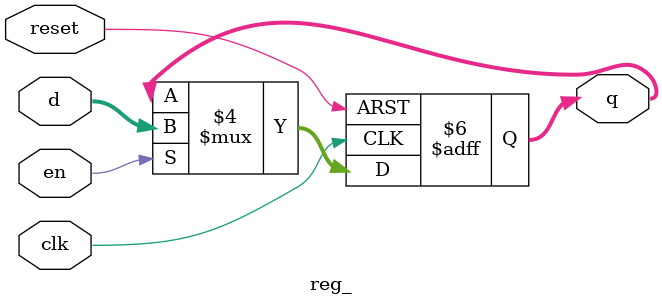
<source format=v>
module reg_(
        input wire [15:0] d,
        input wire clk,
        input wire reset,
        input wire en,
        output reg [15:0] q
    );





    always @(posedge clk or negedge reset) begin
        if(reset == 1'b0) begin
            q <= 16'b0000000000000000;
        end else begin
            if(en == 1'b1) begin
                q <= d;
            end
        end
    end


endmodule

</source>
